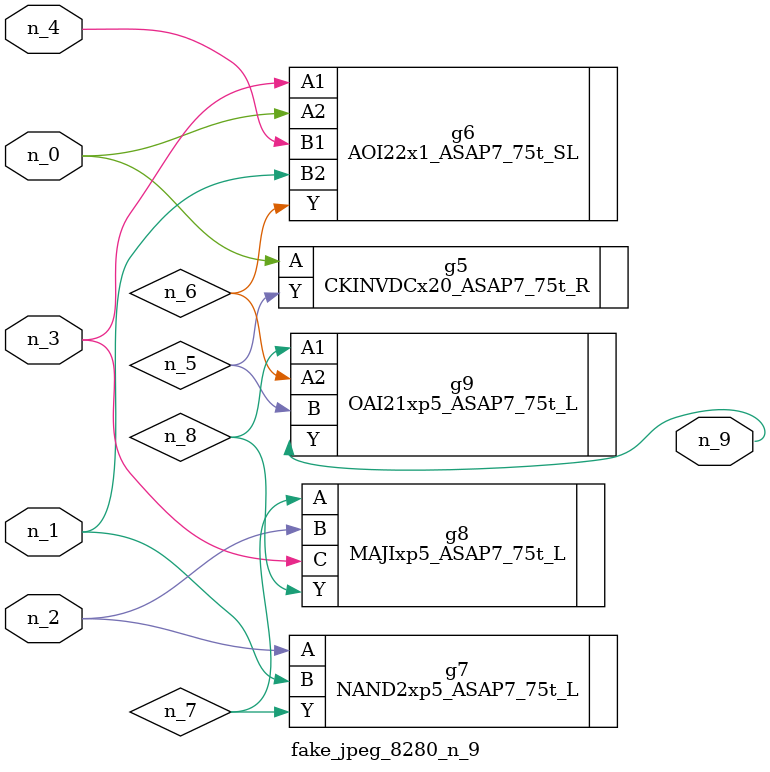
<source format=v>
module fake_jpeg_8280_n_9 (n_3, n_2, n_1, n_0, n_4, n_9);

input n_3;
input n_2;
input n_1;
input n_0;
input n_4;

output n_9;

wire n_8;
wire n_6;
wire n_5;
wire n_7;

CKINVDCx20_ASAP7_75t_R g5 ( 
.A(n_0),
.Y(n_5)
);

AOI22x1_ASAP7_75t_SL g6 ( 
.A1(n_3),
.A2(n_0),
.B1(n_4),
.B2(n_1),
.Y(n_6)
);

NAND2xp5_ASAP7_75t_L g7 ( 
.A(n_2),
.B(n_1),
.Y(n_7)
);

MAJIxp5_ASAP7_75t_L g8 ( 
.A(n_7),
.B(n_2),
.C(n_3),
.Y(n_8)
);

OAI21xp5_ASAP7_75t_L g9 ( 
.A1(n_8),
.A2(n_6),
.B(n_5),
.Y(n_9)
);


endmodule
</source>
